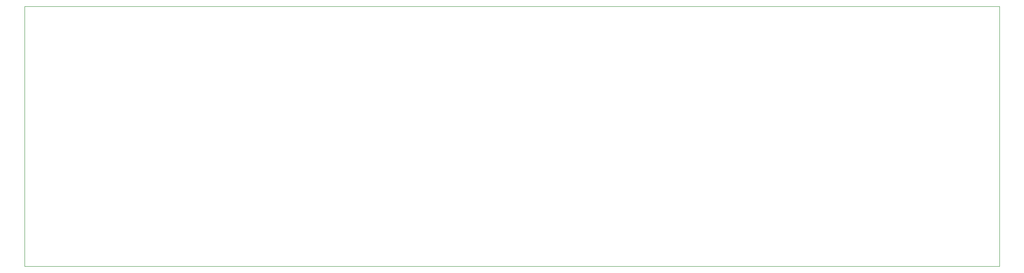
<source format=gm1>
G04 #@! TF.GenerationSoftware,KiCad,Pcbnew,(5.1.9)-1*
G04 #@! TF.CreationDate,2021-08-18T12:48:30-04:00*
G04 #@! TF.ProjectId,si-mips-main-board,73692d6d-6970-4732-9d6d-61696e2d626f,rev?*
G04 #@! TF.SameCoordinates,Original*
G04 #@! TF.FileFunction,Profile,NP*
%FSLAX46Y46*%
G04 Gerber Fmt 4.6, Leading zero omitted, Abs format (unit mm)*
G04 Created by KiCad (PCBNEW (5.1.9)-1) date 2021-08-18 12:48:30*
%MOMM*%
%LPD*%
G01*
G04 APERTURE LIST*
G04 #@! TA.AperFunction,Profile*
%ADD10C,0.050000*%
G04 #@! TD*
G04 APERTURE END LIST*
D10*
X55000000Y-112000000D02*
X250000000Y-112000000D01*
X55000000Y-60000000D02*
X55000000Y-112000000D01*
X250000000Y-60000000D02*
X250000000Y-112000000D01*
X55000000Y-60000000D02*
X250000000Y-60000000D01*
M02*

</source>
